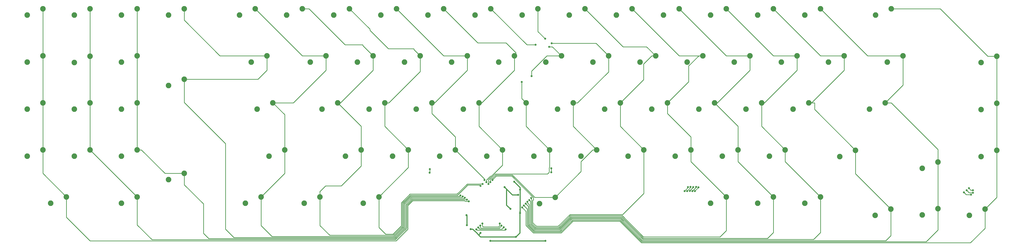
<source format=gbr>
%TF.GenerationSoftware,KiCad,Pcbnew,(6.0.1)*%
%TF.CreationDate,2022-02-12T16:29:40-05:00*%
%TF.ProjectId,PCB,5043422e-6b69-4636-9164-5f7063625858,rev?*%
%TF.SameCoordinates,Original*%
%TF.FileFunction,Copper,L1,Top*%
%TF.FilePolarity,Positive*%
%FSLAX46Y46*%
G04 Gerber Fmt 4.6, Leading zero omitted, Abs format (unit mm)*
G04 Created by KiCad (PCBNEW (6.0.1)) date 2022-02-12 16:29:40*
%MOMM*%
%LPD*%
G01*
G04 APERTURE LIST*
%TA.AperFunction,ComponentPad*%
%ADD10C,2.250000*%
%TD*%
%TA.AperFunction,ViaPad*%
%ADD11C,0.800000*%
%TD*%
%TA.AperFunction,Conductor*%
%ADD12C,0.400000*%
%TD*%
%TA.AperFunction,Conductor*%
%ADD13C,0.250000*%
%TD*%
G04 APERTURE END LIST*
D10*
%TO.P,K65,1*%
%TO.N,Net-(D54-Pad2)*%
X352733750Y-260040751D03*
%TO.P,K65,2*%
%TO.N,col11*%
X359083750Y-257500751D03*
%TD*%
%TO.P,K11,1*%
%TO.N,Net-(D46-Pad2)*%
X309871250Y-202890751D03*
%TO.P,K11,2*%
%TO.N,col10*%
X316221250Y-200350751D03*
%TD*%
%TO.P,K66,1*%
%TO.N,Net-(D58-Pad2)*%
X371783750Y-260040751D03*
%TO.P,K66,2*%
%TO.N,col12*%
X378133750Y-257500751D03*
%TD*%
%TO.P,K22,1*%
%TO.N,Net-(D17-Pad2)*%
X200333750Y-221940751D03*
%TO.P,K22,2*%
%TO.N,col3*%
X206683750Y-219400751D03*
%TD*%
%TO.P,K37,1*%
%TO.N,Net-(D3-Pad2)*%
X109696250Y-240990751D03*
%TO.P,K37,2*%
%TO.N,col0*%
X116046250Y-238450751D03*
%TD*%
%TO.P,K83,1*%
%TO.N,Net-(D79-Pad2)*%
X471646250Y-283853251D03*
%TO.P,K83,2*%
%TO.N,col16*%
X477996250Y-281313251D03*
%TD*%
%TO.P,K3,1*%
%TO.N,Net-(D11-Pad2)*%
X147796250Y-202890751D03*
%TO.P,K3,2*%
%TO.N,col2*%
X154146250Y-200350751D03*
%TD*%
%TO.P,K43,1*%
%TO.N,Net-(D31-Pad2)*%
X247958750Y-240990751D03*
%TO.P,K43,2*%
%TO.N,col6*%
X254308750Y-238450751D03*
%TD*%
%TO.P,K13,1*%
%TO.N,Net-(D55-Pad2)*%
X347971250Y-202890751D03*
%TO.P,K13,2*%
%TO.N,col12*%
X354321250Y-200350751D03*
%TD*%
%TO.P,K46,1*%
%TO.N,Net-(D44-Pad2)*%
X305108750Y-240990751D03*
%TO.P,K46,2*%
%TO.N,col9*%
X311458750Y-238450751D03*
%TD*%
%TO.P,K76,1*%
%TO.N,Net-(D28-Pad2)*%
X221765000Y-279090751D03*
%TO.P,K76,2*%
%TO.N,col5*%
X228115000Y-276550751D03*
%TD*%
%TO.P,K12,1*%
%TO.N,Net-(D51-Pad2)*%
X328921250Y-202890751D03*
%TO.P,K12,2*%
%TO.N,col11*%
X335271250Y-200350751D03*
%TD*%
%TO.P,K30,1*%
%TO.N,Net-(D52-Pad2)*%
X357496250Y-221940751D03*
%TO.P,K30,2*%
%TO.N,col11*%
X363846250Y-219400751D03*
%TD*%
%TO.P,K15,1*%
%TO.N,Net-(D65-Pad2)*%
X386071250Y-202890751D03*
%TO.P,K15,2*%
%TO.N,col14*%
X392421250Y-200350751D03*
%TD*%
%TO.P,K35,1*%
%TO.N,Net-(D76-Pad2)*%
X457508750Y-221940751D03*
%TO.P,K35,2*%
%TO.N,col16*%
X463858750Y-219400751D03*
%TD*%
%TO.P,K48,1*%
%TO.N,Net-(D53-Pad2)*%
X343208750Y-240990751D03*
%TO.P,K48,2*%
%TO.N,col11*%
X349558750Y-238450751D03*
%TD*%
%TO.P,K67,1*%
%TO.N,Net-(D63-Pad2)*%
X390833750Y-260040751D03*
%TO.P,K67,2*%
%TO.N,col13*%
X397183750Y-257500751D03*
%TD*%
%TO.P,K69,1*%
%TO.N,Net-(D73-Pad2)*%
X438308750Y-260191250D03*
%TO.P,K69,2*%
%TO.N,col15*%
X444658750Y-257651250D03*
%TD*%
%TO.P,K2,1*%
%TO.N,Net-(D6-Pad2)*%
X128746250Y-202890751D03*
%TO.P,K2,2*%
%TO.N,col1*%
X135096250Y-200350751D03*
%TD*%
%TO.P,K63,1*%
%TO.N,Net-(D45-Pad2)*%
X314633750Y-260040751D03*
%TO.P,K63,2*%
%TO.N,col9*%
X320983750Y-257500751D03*
%TD*%
%TO.P,K17,1*%
%TO.N,Net-(D75-Pad2)*%
X424171250Y-202890751D03*
%TO.P,K17,2*%
%TO.N,col16*%
X430521250Y-200350751D03*
%TD*%
%TO.P,K36,1*%
%TO.N,Net-(D81-Pad2)*%
X495458750Y-222091250D03*
%TO.P,K36,2*%
%TO.N,col17*%
X501808750Y-219551250D03*
%TD*%
%TO.P,K49,1*%
%TO.N,Net-(D57-Pad2)*%
X362258750Y-240990751D03*
%TO.P,K49,2*%
%TO.N,col12*%
X368608750Y-238450751D03*
%TD*%
%TO.P,K40,1*%
%TO.N,Net-(D18-Pad2)*%
X166846250Y-231465751D03*
%TO.P,K40,2*%
%TO.N,col3*%
X173196250Y-228925751D03*
%TD*%
%TO.P,K73,1*%
%TO.N,Net-(D10-Pad2)*%
X147796250Y-279090751D03*
%TO.P,K73,2*%
%TO.N,col1*%
X154146250Y-276550751D03*
%TD*%
%TO.P,K51,1*%
%TO.N,Net-(D67-Pad2)*%
X400358750Y-240990751D03*
%TO.P,K51,2*%
%TO.N,col14*%
X406708750Y-238450751D03*
%TD*%
%TO.P,K44,1*%
%TO.N,Net-(D36-Pad2)*%
X267008750Y-240990751D03*
%TO.P,K44,2*%
%TO.N,col7*%
X273358750Y-238450751D03*
%TD*%
%TO.P,K47,1*%
%TO.N,Net-(D48-Pad2)*%
X324158750Y-240990751D03*
%TO.P,K47,2*%
%TO.N,col10*%
X330508750Y-238450751D03*
%TD*%
%TO.P,K29,1*%
%TO.N,Net-(D47-Pad2)*%
X338446250Y-221940751D03*
%TO.P,K29,2*%
%TO.N,col10*%
X344796250Y-219400751D03*
%TD*%
%TO.P,K59,1*%
%TO.N,Net-(D27-Pad2)*%
X238433750Y-260040751D03*
%TO.P,K59,2*%
%TO.N,col5*%
X244783750Y-257500751D03*
%TD*%
%TO.P,K57,1*%
%TO.N,Net-(D14-Pad2)*%
X147796250Y-260040751D03*
%TO.P,K57,2*%
%TO.N,col2*%
X154146250Y-257500751D03*
%TD*%
%TO.P,K55,1*%
%TO.N,Net-(D4-Pad2)*%
X109696250Y-260040751D03*
%TO.P,K55,2*%
%TO.N,col0*%
X116046250Y-257500751D03*
%TD*%
%TO.P,K31,1*%
%TO.N,Net-(D56-Pad2)*%
X376546250Y-221940751D03*
%TO.P,K31,2*%
%TO.N,col12*%
X382896250Y-219400751D03*
%TD*%
%TO.P,K82,1*%
%TO.N,Net-(D74-Pad2)*%
X452596250Y-284003750D03*
%TO.P,K82,2*%
%TO.N,col15*%
X458946250Y-281463750D03*
%TD*%
%TO.P,K81,1*%
%TO.N,Net-(D69-Pad2)*%
X424171250Y-279090751D03*
%TO.P,K81,2*%
%TO.N,col14*%
X430521250Y-276550751D03*
%TD*%
%TO.P,K20,1*%
%TO.N,Net-(D7-Pad2)*%
X128746250Y-222091250D03*
%TO.P,K20,2*%
%TO.N,col1*%
X135096250Y-219551250D03*
%TD*%
%TO.P,K6,1*%
%TO.N,Net-(D24-Pad2)*%
X214621250Y-202890751D03*
%TO.P,K6,2*%
%TO.N,col5*%
X220971250Y-200350751D03*
%TD*%
%TO.P,K32,1*%
%TO.N,Net-(D61-Pad2)*%
X395596250Y-221940751D03*
%TO.P,K32,2*%
%TO.N,col13*%
X401946250Y-219400751D03*
%TD*%
%TO.P,K54,1*%
%TO.N,Net-(D82-Pad2)*%
X495458750Y-241141250D03*
%TO.P,K54,2*%
%TO.N,col17*%
X501808750Y-238601250D03*
%TD*%
%TO.P,K26,1*%
%TO.N,Net-(D35-Pad2)*%
X281296250Y-221940751D03*
%TO.P,K26,2*%
%TO.N,col7*%
X287646250Y-219400751D03*
%TD*%
%TO.P,K80,1*%
%TO.N,Net-(D64-Pad2)*%
X405121250Y-279090751D03*
%TO.P,K80,2*%
%TO.N,col13*%
X411471250Y-276550751D03*
%TD*%
%TO.P,K16,1*%
%TO.N,Net-(D70-Pad2)*%
X405121250Y-202890751D03*
%TO.P,K16,2*%
%TO.N,col15*%
X411471250Y-200350751D03*
%TD*%
%TO.P,K41,1*%
%TO.N,Net-(D21-Pad2)*%
X202715000Y-240990751D03*
%TO.P,K41,2*%
%TO.N,col4*%
X209065000Y-238450751D03*
%TD*%
%TO.P,K4,1*%
%TO.N,Net-(D16-Pad2)*%
X166846250Y-202890751D03*
%TO.P,K4,2*%
%TO.N,col3*%
X173196250Y-200350751D03*
%TD*%
%TO.P,K52,1*%
%TO.N,Net-(D72-Pad2)*%
X419408750Y-240990751D03*
%TO.P,K52,2*%
%TO.N,col15*%
X425758750Y-238450751D03*
%TD*%
%TO.P,K77,1*%
%TO.N,Net-(D33-Pad2)*%
X245577500Y-279090751D03*
%TO.P,K77,2*%
%TO.N,col6*%
X251927500Y-276550751D03*
%TD*%
%TO.P,K75,1*%
%TO.N,Net-(D23-Pad2)*%
X197952500Y-279090751D03*
%TO.P,K75,2*%
%TO.N,col4*%
X204302500Y-276550751D03*
%TD*%
%TO.P,K28,1*%
%TO.N,Net-(D43-Pad2)*%
X319396250Y-221940751D03*
%TO.P,K28,2*%
%TO.N,col9*%
X325746250Y-219400751D03*
%TD*%
%TO.P,K50,1*%
%TO.N,Net-(D62-Pad2)*%
X381308750Y-240990751D03*
%TO.P,K50,2*%
%TO.N,col13*%
X387658750Y-238450751D03*
%TD*%
%TO.P,K5,1*%
%TO.N,Net-(D19-Pad2)*%
X195571250Y-202890751D03*
%TO.P,K5,2*%
%TO.N,col4*%
X201921250Y-200350751D03*
%TD*%
%TO.P,K33,1*%
%TO.N,Net-(D66-Pad2)*%
X414646250Y-221940751D03*
%TO.P,K33,2*%
%TO.N,col14*%
X420996250Y-219400751D03*
%TD*%
%TO.P,K62,1*%
%TO.N,Net-(D41-Pad2)*%
X295583750Y-260040751D03*
%TO.P,K62,2*%
%TO.N,col8*%
X301933750Y-257500751D03*
%TD*%
%TO.P,K74,1*%
%TO.N,Net-(D15-Pad2)*%
X166846250Y-269565751D03*
%TO.P,K74,2*%
%TO.N,col2*%
X173196250Y-267025751D03*
%TD*%
%TO.P,K84,1*%
%TO.N,Net-(D84-Pad2)*%
X490696250Y-284003750D03*
%TO.P,K84,2*%
%TO.N,col17*%
X497046250Y-281463750D03*
%TD*%
%TO.P,K34,1*%
%TO.N,Net-(D71-Pad2)*%
X433696250Y-221940751D03*
%TO.P,K34,2*%
%TO.N,col15*%
X440046250Y-219400751D03*
%TD*%
%TO.P,K61,1*%
%TO.N,Net-(D37-Pad2)*%
X276533750Y-260040751D03*
%TO.P,K61,2*%
%TO.N,col7*%
X282883750Y-257500751D03*
%TD*%
%TO.P,K14,1*%
%TO.N,Net-(D60-Pad2)*%
X367021250Y-202890751D03*
%TO.P,K14,2*%
%TO.N,col13*%
X373371250Y-200350751D03*
%TD*%
%TO.P,K10,1*%
%TO.N,Net-(D42-Pad2)*%
X290821250Y-202890751D03*
%TO.P,K10,2*%
%TO.N,col9*%
X297171250Y-200350751D03*
%TD*%
%TO.P,K1,1*%
%TO.N,Net-(D1-Pad2)*%
X109696250Y-202890751D03*
%TO.P,K1,2*%
%TO.N,col0*%
X116046250Y-200350751D03*
%TD*%
%TO.P,K79,1*%
%TO.N,Net-(D59-Pad2)*%
X386071250Y-279090751D03*
%TO.P,K79,2*%
%TO.N,col12*%
X392421250Y-276550751D03*
%TD*%
%TO.P,K23,1*%
%TO.N,Net-(D20-Pad2)*%
X224146250Y-221940751D03*
%TO.P,K23,2*%
%TO.N,col4*%
X230496250Y-219400751D03*
%TD*%
%TO.P,K8,1*%
%TO.N,Net-(D34-Pad2)*%
X252721250Y-202890751D03*
%TO.P,K8,2*%
%TO.N,col7*%
X259071250Y-200350751D03*
%TD*%
%TO.P,K71,1*%
%TO.N,Net-(D83-Pad2)*%
X495458750Y-260191250D03*
%TO.P,K71,2*%
%TO.N,col17*%
X501808750Y-257651250D03*
%TD*%
%TO.P,K70,1*%
%TO.N,Net-(D78-Pad2)*%
X471646250Y-264953750D03*
%TO.P,K70,2*%
%TO.N,col16*%
X477996250Y-262413750D03*
%TD*%
%TO.P,K18,1*%
%TO.N,Net-(D80-Pad2)*%
X452746250Y-202890751D03*
%TO.P,K18,2*%
%TO.N,col17*%
X459096250Y-200350751D03*
%TD*%
%TO.P,K78,1*%
%TO.N,Net-(D50-Pad2)*%
X316856250Y-279249501D03*
%TO.P,K78,2*%
%TO.N,col10*%
X323206250Y-276709501D03*
%TD*%
%TO.P,K25,1*%
%TO.N,Net-(D30-Pad2)*%
X262246250Y-221940751D03*
%TO.P,K25,2*%
%TO.N,col6*%
X268596250Y-219400751D03*
%TD*%
%TO.P,K53,1*%
%TO.N,Net-(D77-Pad2)*%
X450365000Y-240990751D03*
%TO.P,K53,2*%
%TO.N,col16*%
X456715000Y-238450751D03*
%TD*%
%TO.P,K72,1*%
%TO.N,Net-(D5-Pad2)*%
X119221250Y-279090751D03*
%TO.P,K72,2*%
%TO.N,col0*%
X125571250Y-276550751D03*
%TD*%
%TO.P,K7,1*%
%TO.N,Net-(D29-Pad2)*%
X233671250Y-202890751D03*
%TO.P,K7,2*%
%TO.N,col6*%
X240021250Y-200350751D03*
%TD*%
%TO.P,K24,1*%
%TO.N,Net-(D25-Pad2)*%
X243196250Y-221940751D03*
%TO.P,K24,2*%
%TO.N,col5*%
X249546250Y-219400751D03*
%TD*%
%TO.P,K21,1*%
%TO.N,Net-(D12-Pad2)*%
X147796250Y-221940751D03*
%TO.P,K21,2*%
%TO.N,col2*%
X154146250Y-219400751D03*
%TD*%
%TO.P,K38,1*%
%TO.N,Net-(D8-Pad2)*%
X128746250Y-240990751D03*
%TO.P,K38,2*%
%TO.N,col1*%
X135096250Y-238450751D03*
%TD*%
%TO.P,K58,1*%
%TO.N,Net-(D22-Pad2)*%
X207477500Y-260040751D03*
%TO.P,K58,2*%
%TO.N,col4*%
X213827500Y-257500751D03*
%TD*%
%TO.P,K68,1*%
%TO.N,Net-(D68-Pad2)*%
X409883750Y-260040751D03*
%TO.P,K68,2*%
%TO.N,col14*%
X416233750Y-257500751D03*
%TD*%
%TO.P,K42,1*%
%TO.N,Net-(D26-Pad2)*%
X228908750Y-240990751D03*
%TO.P,K42,2*%
%TO.N,col5*%
X235258750Y-238450751D03*
%TD*%
%TO.P,K45,1*%
%TO.N,Net-(D40-Pad2)*%
X286058750Y-240990751D03*
%TO.P,K45,2*%
%TO.N,col8*%
X292408750Y-238450751D03*
%TD*%
%TO.P,K9,1*%
%TO.N,Net-(D38-Pad2)*%
X271771250Y-202890751D03*
%TO.P,K9,2*%
%TO.N,col8*%
X278121250Y-200350751D03*
%TD*%
%TO.P,K39,1*%
%TO.N,Net-(D13-Pad2)*%
X147796250Y-240990751D03*
%TO.P,K39,2*%
%TO.N,col2*%
X154146250Y-238450751D03*
%TD*%
%TO.P,K56,1*%
%TO.N,Net-(D9-Pad2)*%
X128746250Y-260040751D03*
%TO.P,K56,2*%
%TO.N,col1*%
X135096250Y-257500751D03*
%TD*%
%TO.P,K27,1*%
%TO.N,Net-(D39-Pad2)*%
X300346250Y-221940751D03*
%TO.P,K27,2*%
%TO.N,col8*%
X306696250Y-219400751D03*
%TD*%
%TO.P,K60,1*%
%TO.N,Net-(D32-Pad2)*%
X257483750Y-260040751D03*
%TO.P,K60,2*%
%TO.N,col6*%
X263833750Y-257500751D03*
%TD*%
%TO.P,K19,1*%
%TO.N,Net-(D2-Pad2)*%
X109696250Y-221940751D03*
%TO.P,K19,2*%
%TO.N,col0*%
X116046250Y-219400751D03*
%TD*%
%TO.P,K64,1*%
%TO.N,Net-(D49-Pad2)*%
X333683750Y-260040751D03*
%TO.P,K64,2*%
%TO.N,col10*%
X340033750Y-257500751D03*
%TD*%
D11*
%TO.N,+5V*%
X289075000Y-289568251D03*
X309037500Y-283099501D03*
X293043750Y-291155751D03*
X287487500Y-287980751D03*
X307331250Y-292743251D03*
X287372076Y-283896577D03*
X309037500Y-273574501D03*
X306656250Y-270399501D03*
%TO.N,row3*%
X380206901Y-272465881D03*
X292100000Y-288925000D03*
X378709199Y-274156953D03*
X302398457Y-288848171D03*
%TO.N,row4*%
X321618750Y-266549501D03*
X272477675Y-266771425D03*
X379721250Y-274169501D03*
X272511866Y-265300481D03*
X321618750Y-264962001D03*
X381191179Y-272648433D03*
X303212500Y-289718750D03*
X291306250Y-289718750D03*
%TO.N,GND*%
X319237500Y-294330751D03*
X297012500Y-294330751D03*
X308238000Y-275757001D03*
X305108750Y-281430251D03*
X302727500Y-272582001D03*
%TO.N,col0*%
X288281250Y-278381251D03*
%TO.N,col1*%
X287487500Y-277656751D03*
%TO.N,col2*%
X286693750Y-276868251D03*
%TO.N,col3*%
X285794682Y-276431579D03*
%TO.N,col4*%
X284907429Y-275971376D03*
%TO.N,col5*%
X293043750Y-272105751D03*
%TO.N,col6*%
X293837500Y-271312001D03*
%TO.N,col7*%
X294631250Y-269724501D03*
%TO.N,col8*%
X295425000Y-270518251D03*
%TO.N,col9*%
X296218750Y-271312001D03*
X315268750Y-214955751D03*
X313687000Y-227655751D03*
X309712500Y-230037001D03*
X320825000Y-215749501D03*
%TO.N,col10*%
X319174042Y-212511043D03*
X321787207Y-214330458D03*
X297012500Y-270518251D03*
%TO.N,col11*%
X297806250Y-269724501D03*
%TO.N,col12*%
X313531250Y-277018750D03*
%TO.N,col13*%
X312737500Y-277812500D03*
%TO.N,col14*%
X312007029Y-278543020D03*
%TO.N,col15*%
X311300000Y-279249501D03*
%TO.N,col16*%
X310506250Y-280043251D03*
%TO.N,row0*%
X488492759Y-274705860D03*
X376919160Y-272588751D03*
X375534199Y-274156953D03*
X491373727Y-275619621D03*
%TO.N,row1*%
X376546250Y-274169501D03*
X293800500Y-287337500D03*
X489628326Y-273843750D03*
X492125000Y-274843253D03*
X300831250Y-287337500D03*
X377917075Y-272532475D03*
%TO.N,row2*%
X377688569Y-274152984D03*
X292924500Y-288131250D03*
X492125000Y-273843750D03*
X379059432Y-272588751D03*
X490537500Y-273050000D03*
X301474443Y-288138352D03*
%TO.N,col17*%
X309837000Y-280837001D03*
%TD*%
D12*
%TO.N,+5V*%
X287372076Y-283896577D02*
X287487500Y-284012001D01*
X292250000Y-291949501D02*
X293043750Y-292743251D01*
X306656250Y-270399501D02*
X309037500Y-272780751D01*
X292250000Y-291949501D02*
X291456250Y-291155751D01*
X287487500Y-284012001D02*
X287487500Y-287980751D01*
X308918750Y-291155751D02*
X307331250Y-292743251D01*
X291456250Y-291155751D02*
X289868750Y-289568251D01*
X293043750Y-292743251D02*
X307331250Y-292743251D01*
X309037500Y-272780751D02*
X309037500Y-273574501D01*
X309037500Y-272780751D02*
X309037500Y-282305751D01*
X309037500Y-282305751D02*
X309037500Y-283099501D01*
X308918750Y-282424501D02*
X309037500Y-282305751D01*
X289868750Y-289568251D02*
X289075000Y-289568251D01*
X308918750Y-291155751D02*
X308918750Y-282424501D01*
X293043750Y-291155751D02*
X292250000Y-291949501D01*
D13*
%TO.N,row3*%
X301651647Y-289594981D02*
X292769981Y-289594981D01*
X292769981Y-289594981D02*
X292100000Y-288925000D01*
X380206901Y-272465881D02*
X380206901Y-272659251D01*
X302398457Y-288848171D02*
X301651647Y-289594981D01*
X380206901Y-272659251D02*
X378709199Y-274156953D01*
%TO.N,row4*%
X291306250Y-289718750D02*
X291632001Y-290044501D01*
X321618750Y-264962001D02*
X321618750Y-266549501D01*
X381191179Y-272648433D02*
X381191179Y-272699572D01*
X272511866Y-266737234D02*
X272477675Y-266771425D01*
X381191179Y-272699572D02*
X379721250Y-274169501D01*
X272511866Y-265300481D02*
X272511866Y-266737234D01*
X302886749Y-290044501D02*
X303212500Y-289718750D01*
X291632001Y-290044501D02*
X302886749Y-290044501D01*
D12*
%TO.N,GND*%
X303521250Y-273375751D02*
X305902500Y-275757001D01*
X302727500Y-272582001D02*
X303521250Y-273375751D01*
X305902500Y-275757001D02*
X308238000Y-275757001D01*
X303521250Y-273375751D02*
X303521250Y-279842751D01*
X303521250Y-279842751D02*
X305108750Y-281430251D01*
X319237500Y-294330751D02*
X297012500Y-294330751D01*
D13*
%TO.N,col0*%
X265611980Y-278106271D02*
X286543750Y-278106271D01*
X116046250Y-200350751D02*
X116046250Y-219400751D01*
X116046250Y-257500751D02*
X116046250Y-267025751D01*
X263675000Y-280043251D02*
X265611980Y-278106271D01*
X258912500Y-294330751D02*
X263675000Y-289568251D01*
X116046250Y-238450751D02*
X116046250Y-257500751D01*
X286818730Y-278381251D02*
X288281250Y-278381251D01*
X125571250Y-284797500D02*
X135104501Y-294330751D01*
X116046250Y-219400751D02*
X116046250Y-238450751D01*
X263675000Y-289568251D02*
X263675000Y-280043251D01*
X125571250Y-276550751D02*
X125571250Y-284797500D01*
X135104501Y-294330751D02*
X258912500Y-294330751D01*
X286543750Y-278106271D02*
X286818730Y-278381251D01*
X116046250Y-267025751D02*
X125571250Y-276550751D01*
%TO.N,col1*%
X135096250Y-219551250D02*
X135096250Y-238450751D01*
X263225480Y-279857054D02*
X264944641Y-278137892D01*
X263225480Y-280837001D02*
X263225480Y-279857054D01*
X135096250Y-200350751D02*
X135096250Y-219551250D01*
X258912500Y-293537001D02*
X262881250Y-289568251D01*
X262881250Y-289568251D02*
X263225480Y-289224021D01*
X258568270Y-293881231D02*
X258912500Y-293537001D01*
X170012500Y-293881231D02*
X258568270Y-293881231D01*
X160143769Y-293881231D02*
X170012500Y-293881231D01*
X263225480Y-289224021D02*
X263225480Y-280837001D01*
X265425782Y-277656751D02*
X287487500Y-277656751D01*
X135096250Y-257500751D02*
X154146250Y-276550751D01*
X154146250Y-287883712D02*
X160143769Y-293881231D01*
X135096250Y-238450751D02*
X135096250Y-257500751D01*
X154146250Y-276550751D02*
X154146250Y-287883712D01*
X264944641Y-278137892D02*
X265425782Y-277656751D01*
%TO.N,col2*%
X262775960Y-279670856D02*
X265023657Y-277423158D01*
X262563391Y-289250392D02*
X262775960Y-289037823D01*
X173196250Y-267025751D02*
X173196250Y-271621250D01*
X154146250Y-200350751D02*
X154146250Y-219400751D01*
X215256250Y-293431711D02*
X258382072Y-293431711D01*
X183100461Y-293431711D02*
X184687961Y-293431711D01*
X155900751Y-257500751D02*
X165425751Y-267025751D01*
X184300000Y-293431711D02*
X215256250Y-293431711D01*
X165425751Y-267025751D02*
X173196250Y-267025751D01*
X258382072Y-293431711D02*
X259388391Y-292425392D01*
X154146250Y-257500751D02*
X155900751Y-257500751D01*
X173196250Y-271621250D02*
X180975000Y-279400000D01*
X180975000Y-279400000D02*
X180975000Y-291306250D01*
X265023657Y-277423158D02*
X265239585Y-277207231D01*
X262775960Y-289037823D02*
X262775960Y-280043251D01*
X154146250Y-219400751D02*
X154146250Y-238450751D01*
X265239585Y-277207231D02*
X270818750Y-277207231D01*
X262775960Y-280043251D02*
X262775960Y-279670856D01*
X259388391Y-292425392D02*
X262563391Y-289250392D01*
X286354770Y-277207231D02*
X286693750Y-276868251D01*
X270818750Y-277207231D02*
X286354770Y-277207231D01*
X180975000Y-291306250D02*
X183100461Y-293431711D01*
X154146250Y-238450751D02*
X154146250Y-257500751D01*
%TO.N,col3*%
X173196250Y-200350751D02*
X173196250Y-204963251D01*
X173196250Y-238283750D02*
X173196250Y-228925751D01*
X187633750Y-219400751D02*
X206683750Y-219400751D01*
X265053388Y-276757711D02*
X265425783Y-276757712D01*
X203048204Y-228925751D02*
X173196250Y-228925751D01*
X206683750Y-219400751D02*
X206683750Y-225290205D01*
X285468549Y-276757712D02*
X285794682Y-276431579D01*
X258195874Y-292982191D02*
X262326440Y-288851625D01*
X206683750Y-225290205D02*
X203048204Y-228925751D01*
X262326440Y-279484659D02*
X265053388Y-276757711D01*
X189856500Y-254944000D02*
X173196250Y-238283750D01*
X189856500Y-289568500D02*
X193270190Y-292982191D01*
X265425783Y-276757712D02*
X285468549Y-276757712D01*
X193270190Y-292982191D02*
X258195874Y-292982191D01*
X189856500Y-289568500D02*
X189856500Y-254944000D01*
X262326440Y-288851625D02*
X262326440Y-279484659D01*
X173196250Y-204963251D02*
X187633750Y-219400751D01*
%TO.N,col4*%
X264867192Y-276308191D02*
X266056250Y-276308192D01*
X201921250Y-200350751D02*
X220971250Y-219400751D01*
X258355798Y-292186549D02*
X261530798Y-289011549D01*
X208695670Y-292532671D02*
X258009676Y-292532671D01*
X230496250Y-225290205D02*
X217335704Y-238450751D01*
X220971250Y-219400751D02*
X230496250Y-219400751D01*
X209065000Y-238450751D02*
X213827500Y-243213251D01*
X230496250Y-219400751D02*
X230496250Y-225290205D01*
X284570613Y-276308192D02*
X284907429Y-275971376D01*
X217335704Y-238450751D02*
X209065000Y-238450751D01*
X258009676Y-292532671D02*
X258355798Y-292186549D01*
X266056250Y-276308192D02*
X284570613Y-276308192D01*
X261876920Y-284805751D02*
X261876920Y-279298462D01*
X205731250Y-289568251D02*
X208695670Y-292532671D01*
X213827500Y-243213251D02*
X213827500Y-257500751D01*
X204302500Y-276550751D02*
X204302500Y-288139501D01*
X213827500Y-267025751D02*
X204302500Y-276550751D01*
X261876920Y-279298462D02*
X264867192Y-276308191D01*
X261530798Y-289011549D02*
X261876920Y-288665427D01*
X204302500Y-288139501D02*
X205731250Y-289568251D01*
X213827500Y-257500751D02*
X213827500Y-267025751D01*
X261876920Y-288665427D02*
X261876920Y-284805751D01*
%TO.N,col5*%
X228115000Y-276550751D02*
X228115000Y-288139501D01*
X292699520Y-271761521D02*
X293043750Y-272105751D01*
X228115000Y-288139501D02*
X232058650Y-292083151D01*
X244783750Y-247975751D02*
X244783750Y-257500751D01*
X245418750Y-214955751D02*
X245418750Y-215273251D01*
X236687500Y-272105751D02*
X230337500Y-272105751D01*
X245418750Y-215273251D02*
X249546250Y-219400751D01*
X249546250Y-219400751D02*
X249546250Y-225290205D01*
X244783750Y-264009501D02*
X236687500Y-272105751D01*
X261427400Y-279112266D02*
X264680995Y-275858671D01*
X264680995Y-275858671D02*
X266056250Y-275858672D01*
X287831730Y-271761521D02*
X292699520Y-271761521D01*
X283734579Y-275858672D02*
X287831730Y-271761521D01*
X257823478Y-292083151D02*
X261427400Y-288479229D01*
X232058650Y-292083151D02*
X257823478Y-292083151D01*
X235258750Y-238450751D02*
X244783750Y-247975751D01*
X244783750Y-257500751D02*
X244783750Y-264009501D01*
X266056250Y-275858672D02*
X283734579Y-275858672D01*
X238275000Y-214955751D02*
X245418750Y-214955751D01*
X261427400Y-288479229D02*
X261427400Y-279112266D01*
X249546250Y-225290205D02*
X236385704Y-238450751D01*
X220971250Y-200350751D02*
X223670000Y-200350751D01*
X227956250Y-274487001D02*
X228115000Y-274645751D01*
X236385704Y-238450751D02*
X235258750Y-238450751D01*
X228115000Y-274645751D02*
X228115000Y-276550751D01*
X223670000Y-200350751D02*
X238275000Y-214955751D01*
X230337500Y-272105751D02*
X227956250Y-274487001D01*
%TO.N,col6*%
X260977880Y-288293031D02*
X260977880Y-278926068D01*
X257637280Y-291633631D02*
X260977880Y-288293031D01*
X268596250Y-225754241D02*
X255899740Y-238450751D01*
X268596250Y-219400751D02*
X268596250Y-225754241D01*
X254627880Y-291633631D02*
X257637280Y-291633631D01*
X287645532Y-271312001D02*
X293837500Y-271312001D01*
X255737500Y-216543251D02*
X266056250Y-216543251D01*
X263833750Y-257500751D02*
X263833750Y-264644501D01*
X260977880Y-278926068D02*
X261767849Y-278136100D01*
X254308750Y-238450751D02*
X254308750Y-247975751D01*
X248276250Y-208605751D02*
X248276250Y-209082001D01*
X261767849Y-278136100D02*
X264494798Y-275409151D01*
X283548381Y-275409152D02*
X287645532Y-271312001D01*
X266056250Y-216860751D02*
X268596250Y-219400751D01*
X254308750Y-247975751D02*
X263833750Y-257500751D01*
X263833750Y-264644501D02*
X251927500Y-276550751D01*
X240021250Y-200350751D02*
X248276250Y-208605751D01*
X266056250Y-216543251D02*
X266056250Y-216860751D01*
X248276250Y-209082001D02*
X255737500Y-216543251D01*
X264494798Y-275409151D02*
X283548381Y-275409152D01*
X251927500Y-276550751D02*
X251927500Y-288933251D01*
X255899740Y-238450751D02*
X254308750Y-238450751D01*
X251927500Y-288933251D02*
X254627880Y-291633631D01*
%TO.N,col7*%
X287646250Y-219400751D02*
X287646250Y-225290205D01*
X294631250Y-269248251D02*
X294631250Y-269724501D01*
X282883750Y-252282842D02*
X282883750Y-257500751D01*
X273358750Y-238450751D02*
X273358750Y-242757842D01*
X278121250Y-219400751D02*
X287646250Y-219400751D01*
X273358750Y-242757842D02*
X282883750Y-252282842D01*
X287646250Y-225290205D02*
X274485704Y-238450751D01*
X259071250Y-200350751D02*
X278121250Y-219400751D01*
X282883750Y-257500751D02*
X294631250Y-269248251D01*
X274485704Y-238450751D02*
X273358750Y-238450751D01*
%TO.N,col8*%
X297133751Y-268100950D02*
X296870429Y-268364273D01*
X292408750Y-247975751D02*
X301933750Y-257500751D01*
X293535704Y-238450751D02*
X292408750Y-238450751D01*
X301933750Y-257500751D02*
X301933750Y-263689847D01*
X303362500Y-214162001D02*
X307331250Y-218130751D01*
X306696250Y-219400751D02*
X306696250Y-225290205D01*
X307331250Y-218765751D02*
X306696250Y-219400751D01*
X278121250Y-200350751D02*
X291932500Y-214162001D01*
X295425000Y-269809702D02*
X295425000Y-270518251D01*
X296870429Y-268364273D02*
X295425000Y-269809702D01*
X306696250Y-225290205D02*
X293535704Y-238450751D01*
X292408750Y-238450751D02*
X292408750Y-247975751D01*
X301933750Y-263689847D02*
X297522647Y-268100950D01*
X307331250Y-218130751D02*
X307331250Y-218765751D01*
X297522647Y-268100950D02*
X297133751Y-268100950D01*
X291932500Y-214162001D02*
X303362500Y-214162001D01*
%TO.N,col9*%
X311776250Y-214955751D02*
X315268750Y-214955751D01*
X320825000Y-215749501D02*
X322095000Y-215749501D01*
X309712500Y-236704501D02*
X311458750Y-238450751D01*
X309712500Y-230037001D02*
X309712500Y-236704501D01*
X320983750Y-264572387D02*
X320825000Y-264731137D01*
X320983750Y-257500751D02*
X320983750Y-264572387D01*
X313687000Y-225600082D02*
X313687000Y-227655751D01*
X319886331Y-219400751D02*
X313687000Y-225600082D01*
X297708845Y-268550470D02*
X297319949Y-268550470D01*
X297319949Y-268550470D02*
X296218750Y-269651669D01*
X296218750Y-269651669D02*
X296218750Y-271312001D01*
X320136540Y-267237961D02*
X299021354Y-267237961D01*
X311458750Y-247975751D02*
X320983750Y-257500751D01*
X320825000Y-264731137D02*
X320825000Y-266549501D01*
X322095000Y-215749501D02*
X325746250Y-219400751D01*
X299021354Y-267237961D02*
X297708845Y-268550470D01*
X320825000Y-266549501D02*
X320136540Y-267237961D01*
X311458750Y-238450751D02*
X311458750Y-247975751D01*
X297171250Y-200350751D02*
X311776250Y-214955751D01*
X325746250Y-219400751D02*
X319886331Y-219400751D01*
%TO.N,col10*%
X332255000Y-238450751D02*
X330508750Y-238450751D01*
X305929947Y-267687481D02*
X299207552Y-267687481D01*
X323206250Y-276709501D02*
X314951968Y-276709501D01*
X297012500Y-269493637D02*
X297012500Y-270518251D01*
X330508750Y-247975751D02*
X340033750Y-257500751D01*
X344796250Y-219400751D02*
X344796250Y-225909501D01*
X314951968Y-276709501D02*
X305929947Y-267687481D01*
X333663271Y-266252480D02*
X323206250Y-276709501D01*
X297506147Y-268999990D02*
X297012500Y-269493637D01*
X339725957Y-214330458D02*
X344796250Y-219400751D01*
X330508750Y-238450751D02*
X330508750Y-247975751D01*
X338442760Y-257500751D02*
X333663271Y-262280240D01*
X297895043Y-268999990D02*
X297506147Y-268999990D01*
X321787207Y-214330458D02*
X339725957Y-214330458D01*
X344796250Y-225909501D02*
X332255000Y-238450751D01*
X333663271Y-262280240D02*
X333663271Y-266252480D01*
X340033750Y-257500751D02*
X338442760Y-257500751D01*
X316221250Y-209558251D02*
X319174042Y-212511043D01*
X299207552Y-267687481D02*
X297895043Y-268999990D01*
X316221250Y-200350751D02*
X316221250Y-209558251D01*
%TO.N,col11*%
X314475000Y-277662250D02*
X314475000Y-276868251D01*
X349558750Y-238450751D02*
X349558750Y-247975751D01*
X358937829Y-229071672D02*
X349558750Y-238450751D01*
X299393750Y-268137001D02*
X297806250Y-269724501D01*
X350509620Y-283696131D02*
X329232817Y-283696131D01*
X335271250Y-200350751D02*
X350670000Y-215749501D01*
X305743750Y-268137001D02*
X299393750Y-268137001D01*
X314475000Y-276868251D02*
X305743750Y-268137001D01*
X315592188Y-288458631D02*
X314130770Y-286997213D01*
X314130770Y-278006480D02*
X314475000Y-277662250D01*
X358937829Y-222718182D02*
X358937829Y-229071672D01*
X329232817Y-283696131D02*
X324470317Y-288458631D01*
X350670000Y-215749501D02*
X360195000Y-215749501D01*
X363846250Y-219400751D02*
X362255260Y-219400751D01*
X359083750Y-257500751D02*
X359083750Y-275122001D01*
X359083750Y-275122001D02*
X350509620Y-283696131D01*
X314130770Y-286997213D02*
X314130770Y-278006480D01*
X362255260Y-219400751D02*
X358937829Y-222718182D01*
X349558750Y-247975751D02*
X359083750Y-257500751D01*
X360195000Y-215749501D02*
X363846250Y-219400751D01*
X324470317Y-288458631D02*
X315592188Y-288458631D01*
%TO.N,col12*%
X354321250Y-200350751D02*
X373371250Y-219400751D01*
X389881250Y-292743251D02*
X392421250Y-290203251D01*
X378133750Y-257500751D02*
X378133750Y-262263251D01*
X378133750Y-262263251D02*
X392421250Y-276550751D01*
X381305260Y-219400751D02*
X377181250Y-223524761D01*
X358928590Y-292743251D02*
X389881250Y-292743251D01*
X368608750Y-238450751D02*
X368608750Y-242757842D01*
X313681250Y-277168750D02*
X313681250Y-287183411D01*
X377181250Y-223524761D02*
X377181250Y-229878251D01*
X368608750Y-242757842D02*
X378133750Y-252282842D01*
X377181250Y-229878251D02*
X368608750Y-238450751D01*
X324656511Y-288908151D02*
X329419015Y-284145651D01*
X392421250Y-290203251D02*
X392421250Y-276550751D01*
X373371250Y-219400751D02*
X382896250Y-219400751D01*
X382896250Y-219400751D02*
X381305260Y-219400751D01*
X313681250Y-287183411D02*
X315405990Y-288908151D01*
X350330990Y-284145651D02*
X358928590Y-292743251D01*
X329419015Y-284145651D02*
X350330990Y-284145651D01*
X313531250Y-277018750D02*
X313681250Y-277168750D01*
X378133750Y-252282842D02*
X378133750Y-257500751D01*
X315405990Y-288908151D02*
X324656511Y-288908151D01*
%TO.N,col13*%
X388785704Y-238450751D02*
X387658750Y-238450751D01*
X373371250Y-200350751D02*
X392421250Y-219400751D01*
X397183750Y-262263251D02*
X411471250Y-276550751D01*
X350144792Y-284595171D02*
X358876042Y-293326421D01*
X401946250Y-219400751D02*
X401946250Y-225290205D01*
X397183750Y-247975751D02*
X397183750Y-257500751D01*
X387658750Y-238450751D02*
X397183750Y-247975751D01*
X312737500Y-277812500D02*
X313231730Y-278306730D01*
X409141830Y-293326421D02*
X411471250Y-290997001D01*
X324842712Y-289357671D02*
X329605212Y-284595171D01*
X329605212Y-284595171D02*
X350144792Y-284595171D01*
X315219792Y-289357671D02*
X324842712Y-289357671D01*
X392421250Y-219400751D02*
X401946250Y-219400751D01*
X313231730Y-287369609D02*
X315219792Y-289357671D01*
X397183750Y-257500751D02*
X397183750Y-262263251D01*
X411471250Y-290997001D02*
X411471250Y-276550751D01*
X401946250Y-225290205D02*
X388785704Y-238450751D01*
X358876042Y-293326421D02*
X409141830Y-293326421D01*
X313231730Y-278306730D02*
X313231730Y-287369609D01*
%TO.N,col14*%
X406708750Y-247975751D02*
X416233750Y-257500751D01*
X416233750Y-262263251D02*
X430521250Y-276550751D01*
X416233750Y-257500751D02*
X416233750Y-262263251D01*
X325028909Y-289807191D02*
X329791409Y-285044691D01*
X420996250Y-225290205D02*
X407835704Y-238450751D01*
X411471250Y-219400751D02*
X420996250Y-219400751D01*
X312007029Y-278931916D02*
X312782210Y-279707097D01*
X358689844Y-293775941D02*
X427742310Y-293775941D01*
X420996250Y-219400751D02*
X420996250Y-225290205D01*
X406708750Y-238450751D02*
X406708750Y-247975751D01*
X312782210Y-287555807D02*
X315033594Y-289807191D01*
X427742310Y-293775941D02*
X430521250Y-290997001D01*
X312007029Y-278543020D02*
X312007029Y-278931916D01*
X430521250Y-290997001D02*
X430521250Y-276550751D01*
X329791409Y-285044691D02*
X349958594Y-285044691D01*
X392421250Y-200350751D02*
X411471250Y-219400751D01*
X315033594Y-289807191D02*
X325028909Y-289807191D01*
X312782210Y-279707097D02*
X312782210Y-287555807D01*
X349958594Y-285044691D02*
X358689844Y-293775941D01*
X407835704Y-238450751D02*
X406708750Y-238450751D01*
%TO.N,col15*%
X430521250Y-219400751D02*
X440046250Y-219400751D01*
X329977606Y-285494211D02*
X349772396Y-285494211D01*
X411471250Y-200350751D02*
X430521250Y-219400751D01*
X444658750Y-267176250D02*
X458946250Y-281463750D01*
X325215106Y-290256711D02*
X329977606Y-285494211D01*
X426885704Y-238450751D02*
X425758750Y-238450751D01*
X456944211Y-294225461D02*
X458946250Y-292223422D01*
X311300000Y-279249501D02*
X312332690Y-280282191D01*
X425758750Y-238450751D02*
X428140000Y-238450751D01*
X428140000Y-241132500D02*
X444658750Y-257651250D01*
X428140000Y-238450751D02*
X428140000Y-241132500D01*
X312332690Y-287742005D02*
X314847396Y-290256711D01*
X349772396Y-285494211D02*
X358503646Y-294225461D01*
X312332690Y-280282191D02*
X312332690Y-287742005D01*
X440046250Y-219400751D02*
X440046250Y-225290205D01*
X444658750Y-257651250D02*
X444658750Y-267176250D01*
X458946250Y-292223422D02*
X458946250Y-281463750D01*
X358503646Y-294225461D02*
X456944211Y-294225461D01*
X440046250Y-225290205D02*
X426885704Y-238450751D01*
X314847396Y-290256711D02*
X325215106Y-290256711D01*
%TO.N,col16*%
X311883170Y-281420171D02*
X311883170Y-287928203D01*
X349586198Y-285943731D02*
X358317448Y-294674981D01*
X459096250Y-238450751D02*
X477996250Y-257350751D01*
X325401303Y-290706231D02*
X330163803Y-285943731D01*
X311883170Y-287928203D02*
X314661198Y-290706231D01*
X477996250Y-257350751D02*
X477996250Y-262413750D01*
X310506250Y-280043251D02*
X311883170Y-281420171D01*
X430521250Y-200350751D02*
X449571250Y-219400751D01*
X449571250Y-219400751D02*
X463858750Y-219400751D01*
X456715000Y-238450751D02*
X459096250Y-238450751D01*
X358317448Y-294674981D02*
X473268731Y-294674981D01*
X477996250Y-289947462D02*
X477996250Y-281313251D01*
X463858750Y-231307001D02*
X456715000Y-238450751D01*
X473268731Y-294674981D02*
X477996250Y-289947462D01*
X463858750Y-219400751D02*
X463858750Y-231307001D01*
X477996250Y-262413750D02*
X477996250Y-281313251D01*
X330163803Y-285943731D02*
X349586198Y-285943731D01*
X314661198Y-290706231D02*
X325401303Y-290706231D01*
%TO.N,row0*%
X376919160Y-272771992D02*
X375534199Y-274156953D01*
X489406520Y-275619621D02*
X491373727Y-275619621D01*
X488492759Y-274705860D02*
X489406520Y-275619621D01*
X376919160Y-272588751D02*
X376919160Y-272771992D01*
%TO.N,row1*%
X489628326Y-273843750D02*
X490627829Y-274843253D01*
X300749932Y-287418818D02*
X300831250Y-287337500D01*
X300424591Y-288695941D02*
X300749932Y-288370600D01*
X293800500Y-288371532D02*
X294124909Y-288695941D01*
X490627829Y-274843253D02*
X492125000Y-274843253D01*
X377917075Y-272532475D02*
X377917075Y-272798676D01*
X294124909Y-288695941D02*
X300424591Y-288695941D01*
X377917075Y-272798676D02*
X376546250Y-274169501D01*
X293800500Y-287337500D02*
X293800500Y-288371532D01*
X300749932Y-288370600D02*
X300749932Y-287418818D01*
%TO.N,row2*%
X491331250Y-273843750D02*
X490537500Y-273050000D01*
X292924500Y-288131250D02*
X292924500Y-288955750D01*
X379059432Y-272588751D02*
X379059432Y-272689296D01*
X292924500Y-288955750D02*
X293114211Y-289145461D01*
X379059432Y-272689296D02*
X377688569Y-274060159D01*
X293114211Y-289145461D02*
X300610789Y-289145461D01*
X492125000Y-273843750D02*
X491331250Y-273843750D01*
X300610789Y-289145461D02*
X301474443Y-288281807D01*
X301474443Y-288281807D02*
X301474443Y-288138352D01*
X377688569Y-274060159D02*
X377688569Y-274152984D01*
%TO.N,col17*%
X498157500Y-219551250D02*
X501808750Y-219551250D01*
X501808750Y-276701250D02*
X497046250Y-281463750D01*
X501808750Y-238601250D02*
X501808750Y-257651250D01*
X478957001Y-200350751D02*
X498157500Y-219551250D01*
X311433650Y-288114400D02*
X314475000Y-291155751D01*
X309837000Y-280837001D02*
X311433650Y-282433651D01*
X349400000Y-286393251D02*
X358131250Y-295124501D01*
X325587500Y-291155751D02*
X330350000Y-286393251D01*
X501808750Y-219551250D02*
X501808750Y-238601250D01*
X330350000Y-286393251D02*
X349400000Y-286393251D01*
X497046250Y-289259002D02*
X497046250Y-281463750D01*
X501808750Y-257651250D02*
X501808750Y-276701250D01*
X358131250Y-295124501D02*
X491180751Y-295124501D01*
X491180751Y-295124501D02*
X497046250Y-289259002D01*
X459096250Y-200350751D02*
X478957001Y-200350751D01*
X311433650Y-282433651D02*
X311433650Y-288114400D01*
X314475000Y-291155751D02*
X325587500Y-291155751D01*
%TD*%
M02*

</source>
